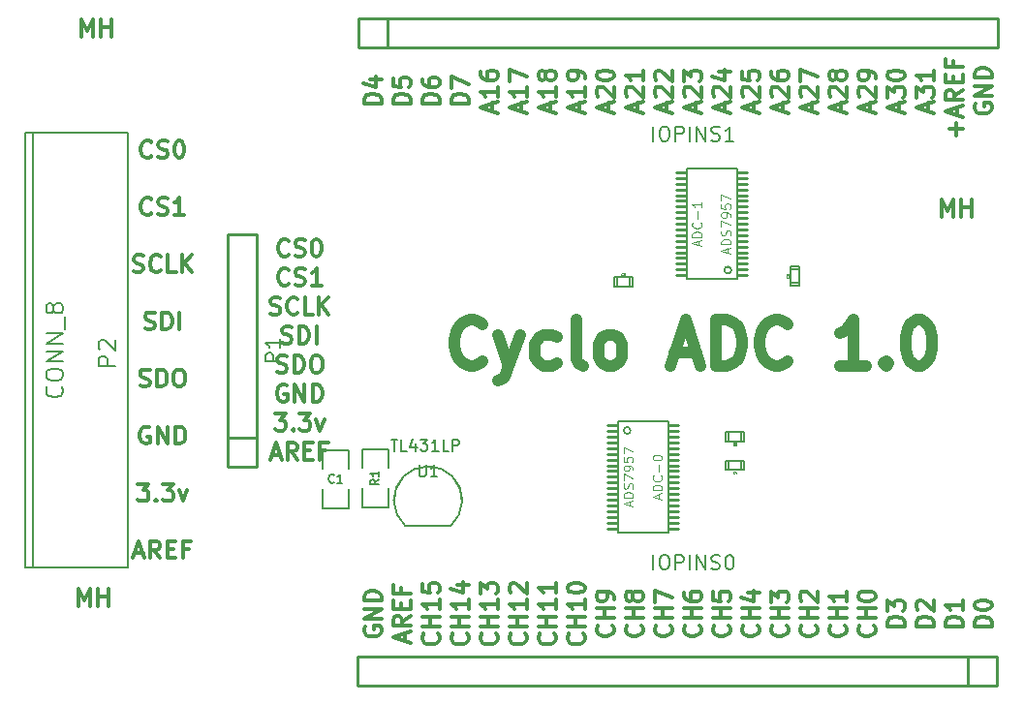
<source format=gto>
%FSLAX34Y34*%
G04 Gerber Fmt 3.4, Leading zero omitted, Abs format*
G04 (created by PCBNEW (2014-jan-25)-product) date Wed 30 Apr 2014 08:12:59 PM MDT*
%MOIN*%
G01*
G70*
G90*
G04 APERTURE LIST*
%ADD10C,0.003937*%
%ADD11C,0.011811*%
%ADD12C,0.039370*%
%ADD13C,0.005000*%
%ADD14C,0.005906*%
%ADD15C,0.010000*%
%ADD16C,0.009843*%
%ADD17C,0.008000*%
%ADD18C,0.012000*%
%ADD19C,0.003000*%
%ADD20C,0.001600*%
G04 APERTURE END LIST*
G54D10*
G54D11*
X40829Y-49479D02*
X41195Y-49479D01*
X40998Y-49704D01*
X41082Y-49704D01*
X41138Y-49732D01*
X41167Y-49760D01*
X41195Y-49817D01*
X41195Y-49957D01*
X41167Y-50014D01*
X41138Y-50042D01*
X41082Y-50070D01*
X40913Y-50070D01*
X40857Y-50042D01*
X40829Y-50014D01*
X41448Y-50014D02*
X41476Y-50042D01*
X41448Y-50070D01*
X41420Y-50042D01*
X41448Y-50014D01*
X41448Y-50070D01*
X41673Y-49479D02*
X42038Y-49479D01*
X41841Y-49704D01*
X41926Y-49704D01*
X41982Y-49732D01*
X42010Y-49760D01*
X42038Y-49817D01*
X42038Y-49957D01*
X42010Y-50014D01*
X41982Y-50042D01*
X41926Y-50070D01*
X41757Y-50070D01*
X41701Y-50042D01*
X41673Y-50014D01*
X42235Y-49676D02*
X42376Y-50070D01*
X42516Y-49676D01*
X41223Y-47539D02*
X41167Y-47511D01*
X41082Y-47511D01*
X40998Y-47539D01*
X40942Y-47595D01*
X40913Y-47651D01*
X40885Y-47764D01*
X40885Y-47848D01*
X40913Y-47961D01*
X40942Y-48017D01*
X40998Y-48073D01*
X41082Y-48101D01*
X41138Y-48101D01*
X41223Y-48073D01*
X41251Y-48045D01*
X41251Y-47848D01*
X41138Y-47848D01*
X41504Y-48101D02*
X41504Y-47511D01*
X41841Y-48101D01*
X41841Y-47511D01*
X42123Y-48101D02*
X42123Y-47511D01*
X42263Y-47511D01*
X42348Y-47539D01*
X42404Y-47595D01*
X42432Y-47651D01*
X42460Y-47764D01*
X42460Y-47848D01*
X42432Y-47961D01*
X42404Y-48017D01*
X42348Y-48073D01*
X42263Y-48101D01*
X42123Y-48101D01*
X40899Y-46105D02*
X40984Y-46133D01*
X41124Y-46133D01*
X41181Y-46105D01*
X41209Y-46077D01*
X41237Y-46020D01*
X41237Y-45964D01*
X41209Y-45908D01*
X41181Y-45880D01*
X41124Y-45852D01*
X41012Y-45823D01*
X40956Y-45795D01*
X40928Y-45767D01*
X40899Y-45711D01*
X40899Y-45655D01*
X40928Y-45598D01*
X40956Y-45570D01*
X41012Y-45542D01*
X41152Y-45542D01*
X41237Y-45570D01*
X41490Y-46133D02*
X41490Y-45542D01*
X41631Y-45542D01*
X41715Y-45570D01*
X41771Y-45627D01*
X41799Y-45683D01*
X41827Y-45795D01*
X41827Y-45880D01*
X41799Y-45992D01*
X41771Y-46048D01*
X41715Y-46105D01*
X41631Y-46133D01*
X41490Y-46133D01*
X42193Y-45542D02*
X42305Y-45542D01*
X42362Y-45570D01*
X42418Y-45627D01*
X42446Y-45739D01*
X42446Y-45936D01*
X42418Y-46048D01*
X42362Y-46105D01*
X42305Y-46133D01*
X42193Y-46133D01*
X42137Y-46105D01*
X42080Y-46048D01*
X42052Y-45936D01*
X42052Y-45739D01*
X42080Y-45627D01*
X42137Y-45570D01*
X42193Y-45542D01*
X41068Y-44136D02*
X41152Y-44164D01*
X41293Y-44164D01*
X41349Y-44136D01*
X41377Y-44108D01*
X41406Y-44052D01*
X41406Y-43996D01*
X41377Y-43939D01*
X41349Y-43911D01*
X41293Y-43883D01*
X41181Y-43855D01*
X41124Y-43827D01*
X41096Y-43799D01*
X41068Y-43742D01*
X41068Y-43686D01*
X41096Y-43630D01*
X41124Y-43602D01*
X41181Y-43574D01*
X41321Y-43574D01*
X41406Y-43602D01*
X41659Y-44164D02*
X41659Y-43574D01*
X41799Y-43574D01*
X41884Y-43602D01*
X41940Y-43658D01*
X41968Y-43714D01*
X41996Y-43827D01*
X41996Y-43911D01*
X41968Y-44024D01*
X41940Y-44080D01*
X41884Y-44136D01*
X41799Y-44164D01*
X41659Y-44164D01*
X42249Y-44164D02*
X42249Y-43574D01*
X40674Y-42168D02*
X40759Y-42196D01*
X40899Y-42196D01*
X40956Y-42168D01*
X40984Y-42140D01*
X41012Y-42083D01*
X41012Y-42027D01*
X40984Y-41971D01*
X40956Y-41943D01*
X40899Y-41915D01*
X40787Y-41886D01*
X40731Y-41858D01*
X40703Y-41830D01*
X40674Y-41774D01*
X40674Y-41718D01*
X40703Y-41661D01*
X40731Y-41633D01*
X40787Y-41605D01*
X40928Y-41605D01*
X41012Y-41633D01*
X41602Y-42140D02*
X41574Y-42168D01*
X41490Y-42196D01*
X41434Y-42196D01*
X41349Y-42168D01*
X41293Y-42111D01*
X41265Y-42055D01*
X41237Y-41943D01*
X41237Y-41858D01*
X41265Y-41746D01*
X41293Y-41690D01*
X41349Y-41633D01*
X41434Y-41605D01*
X41490Y-41605D01*
X41574Y-41633D01*
X41602Y-41661D01*
X42137Y-42196D02*
X41856Y-42196D01*
X41856Y-41605D01*
X42334Y-42196D02*
X42334Y-41605D01*
X42671Y-42196D02*
X42418Y-41858D01*
X42671Y-41605D02*
X42334Y-41943D01*
X41293Y-40171D02*
X41265Y-40199D01*
X41181Y-40227D01*
X41124Y-40227D01*
X41040Y-40199D01*
X40984Y-40143D01*
X40956Y-40087D01*
X40928Y-39974D01*
X40928Y-39890D01*
X40956Y-39777D01*
X40984Y-39721D01*
X41040Y-39665D01*
X41124Y-39637D01*
X41181Y-39637D01*
X41265Y-39665D01*
X41293Y-39693D01*
X41518Y-40199D02*
X41602Y-40227D01*
X41743Y-40227D01*
X41799Y-40199D01*
X41827Y-40171D01*
X41856Y-40115D01*
X41856Y-40059D01*
X41827Y-40002D01*
X41799Y-39974D01*
X41743Y-39946D01*
X41631Y-39918D01*
X41574Y-39890D01*
X41546Y-39862D01*
X41518Y-39805D01*
X41518Y-39749D01*
X41546Y-39693D01*
X41574Y-39665D01*
X41631Y-39637D01*
X41771Y-39637D01*
X41856Y-39665D01*
X42418Y-40227D02*
X42080Y-40227D01*
X42249Y-40227D02*
X42249Y-39637D01*
X42193Y-39721D01*
X42137Y-39777D01*
X42080Y-39805D01*
X41293Y-38203D02*
X41265Y-38231D01*
X41181Y-38259D01*
X41124Y-38259D01*
X41040Y-38231D01*
X40984Y-38174D01*
X40956Y-38118D01*
X40928Y-38006D01*
X40928Y-37921D01*
X40956Y-37809D01*
X40984Y-37753D01*
X41040Y-37696D01*
X41124Y-37668D01*
X41181Y-37668D01*
X41265Y-37696D01*
X41293Y-37724D01*
X41518Y-38231D02*
X41602Y-38259D01*
X41743Y-38259D01*
X41799Y-38231D01*
X41827Y-38203D01*
X41856Y-38146D01*
X41856Y-38090D01*
X41827Y-38034D01*
X41799Y-38006D01*
X41743Y-37978D01*
X41631Y-37949D01*
X41574Y-37921D01*
X41546Y-37893D01*
X41518Y-37837D01*
X41518Y-37781D01*
X41546Y-37724D01*
X41574Y-37696D01*
X41631Y-37668D01*
X41771Y-37668D01*
X41856Y-37696D01*
X42221Y-37668D02*
X42277Y-37668D01*
X42334Y-37696D01*
X42362Y-37724D01*
X42390Y-37781D01*
X42418Y-37893D01*
X42418Y-38034D01*
X42390Y-38146D01*
X42362Y-38203D01*
X42334Y-38231D01*
X42277Y-38259D01*
X42221Y-38259D01*
X42165Y-38231D01*
X42137Y-38203D01*
X42109Y-38146D01*
X42080Y-38034D01*
X42080Y-37893D01*
X42109Y-37781D01*
X42137Y-37724D01*
X42165Y-37696D01*
X42221Y-37668D01*
X40717Y-51870D02*
X40998Y-51870D01*
X40660Y-52038D02*
X40857Y-51448D01*
X41054Y-52038D01*
X41588Y-52038D02*
X41392Y-51757D01*
X41251Y-52038D02*
X41251Y-51448D01*
X41476Y-51448D01*
X41532Y-51476D01*
X41560Y-51504D01*
X41588Y-51560D01*
X41588Y-51645D01*
X41560Y-51701D01*
X41532Y-51729D01*
X41476Y-51757D01*
X41251Y-51757D01*
X41841Y-51729D02*
X42038Y-51729D01*
X42123Y-52038D02*
X41841Y-52038D01*
X41841Y-51448D01*
X42123Y-51448D01*
X42573Y-51729D02*
X42376Y-51729D01*
X42376Y-52038D02*
X42376Y-51448D01*
X42657Y-51448D01*
X45433Y-48480D02*
X45714Y-48480D01*
X45377Y-48649D02*
X45574Y-48058D01*
X45771Y-48649D01*
X46305Y-48649D02*
X46108Y-48367D01*
X45967Y-48649D02*
X45967Y-48058D01*
X46192Y-48058D01*
X46249Y-48086D01*
X46277Y-48114D01*
X46305Y-48170D01*
X46305Y-48255D01*
X46277Y-48311D01*
X46249Y-48339D01*
X46192Y-48367D01*
X45967Y-48367D01*
X46558Y-48339D02*
X46755Y-48339D01*
X46839Y-48649D02*
X46558Y-48649D01*
X46558Y-48058D01*
X46839Y-48058D01*
X47289Y-48339D02*
X47092Y-48339D01*
X47092Y-48649D02*
X47092Y-48058D01*
X47374Y-48058D01*
X48633Y-54401D02*
X48605Y-54457D01*
X48605Y-54541D01*
X48633Y-54626D01*
X48690Y-54682D01*
X48746Y-54710D01*
X48858Y-54738D01*
X48943Y-54738D01*
X49055Y-54710D01*
X49111Y-54682D01*
X49168Y-54626D01*
X49196Y-54541D01*
X49196Y-54485D01*
X49168Y-54401D01*
X49140Y-54373D01*
X48943Y-54373D01*
X48943Y-54485D01*
X49196Y-54119D02*
X48605Y-54119D01*
X49196Y-53782D01*
X48605Y-53782D01*
X49196Y-53501D02*
X48605Y-53501D01*
X48605Y-53360D01*
X48633Y-53276D01*
X48690Y-53220D01*
X48746Y-53191D01*
X48858Y-53163D01*
X48943Y-53163D01*
X49055Y-53191D01*
X49111Y-53220D01*
X49168Y-53276D01*
X49196Y-53360D01*
X49196Y-53501D01*
X46010Y-41592D02*
X45982Y-41620D01*
X45897Y-41649D01*
X45841Y-41649D01*
X45757Y-41620D01*
X45700Y-41564D01*
X45672Y-41508D01*
X45644Y-41395D01*
X45644Y-41311D01*
X45672Y-41199D01*
X45700Y-41142D01*
X45757Y-41086D01*
X45841Y-41058D01*
X45897Y-41058D01*
X45982Y-41086D01*
X46010Y-41114D01*
X46235Y-41620D02*
X46319Y-41649D01*
X46460Y-41649D01*
X46516Y-41620D01*
X46544Y-41592D01*
X46572Y-41536D01*
X46572Y-41480D01*
X46544Y-41424D01*
X46516Y-41395D01*
X46460Y-41367D01*
X46347Y-41339D01*
X46291Y-41311D01*
X46263Y-41283D01*
X46235Y-41227D01*
X46235Y-41170D01*
X46263Y-41114D01*
X46291Y-41086D01*
X46347Y-41058D01*
X46488Y-41058D01*
X46572Y-41086D01*
X46938Y-41058D02*
X46994Y-41058D01*
X47050Y-41086D01*
X47078Y-41114D01*
X47106Y-41170D01*
X47134Y-41283D01*
X47134Y-41424D01*
X47106Y-41536D01*
X47078Y-41592D01*
X47050Y-41620D01*
X46994Y-41649D01*
X46938Y-41649D01*
X46881Y-41620D01*
X46853Y-41592D01*
X46825Y-41536D01*
X46797Y-41424D01*
X46797Y-41283D01*
X46825Y-41170D01*
X46853Y-41114D01*
X46881Y-41086D01*
X46938Y-41058D01*
X46010Y-42592D02*
X45982Y-42620D01*
X45897Y-42649D01*
X45841Y-42649D01*
X45757Y-42620D01*
X45700Y-42564D01*
X45672Y-42508D01*
X45644Y-42395D01*
X45644Y-42311D01*
X45672Y-42199D01*
X45700Y-42142D01*
X45757Y-42086D01*
X45841Y-42058D01*
X45897Y-42058D01*
X45982Y-42086D01*
X46010Y-42114D01*
X46235Y-42620D02*
X46319Y-42649D01*
X46460Y-42649D01*
X46516Y-42620D01*
X46544Y-42592D01*
X46572Y-42536D01*
X46572Y-42480D01*
X46544Y-42424D01*
X46516Y-42395D01*
X46460Y-42367D01*
X46347Y-42339D01*
X46291Y-42311D01*
X46263Y-42283D01*
X46235Y-42227D01*
X46235Y-42170D01*
X46263Y-42114D01*
X46291Y-42086D01*
X46347Y-42058D01*
X46488Y-42058D01*
X46572Y-42086D01*
X47134Y-42649D02*
X46797Y-42649D01*
X46966Y-42649D02*
X46966Y-42058D01*
X46910Y-42142D01*
X46853Y-42199D01*
X46797Y-42227D01*
X45391Y-43620D02*
X45475Y-43649D01*
X45616Y-43649D01*
X45672Y-43620D01*
X45700Y-43592D01*
X45728Y-43536D01*
X45728Y-43480D01*
X45700Y-43424D01*
X45672Y-43395D01*
X45616Y-43367D01*
X45503Y-43339D01*
X45447Y-43311D01*
X45419Y-43283D01*
X45391Y-43227D01*
X45391Y-43170D01*
X45419Y-43114D01*
X45447Y-43086D01*
X45503Y-43058D01*
X45644Y-43058D01*
X45728Y-43086D01*
X46319Y-43592D02*
X46291Y-43620D01*
X46206Y-43649D01*
X46150Y-43649D01*
X46066Y-43620D01*
X46010Y-43564D01*
X45982Y-43508D01*
X45953Y-43395D01*
X45953Y-43311D01*
X45982Y-43199D01*
X46010Y-43142D01*
X46066Y-43086D01*
X46150Y-43058D01*
X46206Y-43058D01*
X46291Y-43086D01*
X46319Y-43114D01*
X46853Y-43649D02*
X46572Y-43649D01*
X46572Y-43058D01*
X47050Y-43649D02*
X47050Y-43058D01*
X47388Y-43649D02*
X47134Y-43311D01*
X47388Y-43058D02*
X47050Y-43395D01*
X45785Y-44620D02*
X45869Y-44649D01*
X46010Y-44649D01*
X46066Y-44620D01*
X46094Y-44592D01*
X46122Y-44536D01*
X46122Y-44480D01*
X46094Y-44424D01*
X46066Y-44395D01*
X46010Y-44367D01*
X45897Y-44339D01*
X45841Y-44311D01*
X45813Y-44283D01*
X45785Y-44227D01*
X45785Y-44170D01*
X45813Y-44114D01*
X45841Y-44086D01*
X45897Y-44058D01*
X46038Y-44058D01*
X46122Y-44086D01*
X46375Y-44649D02*
X46375Y-44058D01*
X46516Y-44058D01*
X46600Y-44086D01*
X46656Y-44142D01*
X46685Y-44199D01*
X46713Y-44311D01*
X46713Y-44395D01*
X46685Y-44508D01*
X46656Y-44564D01*
X46600Y-44620D01*
X46516Y-44649D01*
X46375Y-44649D01*
X46966Y-44649D02*
X46966Y-44058D01*
X45616Y-45620D02*
X45700Y-45649D01*
X45841Y-45649D01*
X45897Y-45620D01*
X45925Y-45592D01*
X45953Y-45536D01*
X45953Y-45480D01*
X45925Y-45424D01*
X45897Y-45395D01*
X45841Y-45367D01*
X45728Y-45339D01*
X45672Y-45311D01*
X45644Y-45283D01*
X45616Y-45227D01*
X45616Y-45170D01*
X45644Y-45114D01*
X45672Y-45086D01*
X45728Y-45058D01*
X45869Y-45058D01*
X45953Y-45086D01*
X46206Y-45649D02*
X46206Y-45058D01*
X46347Y-45058D01*
X46431Y-45086D01*
X46488Y-45142D01*
X46516Y-45199D01*
X46544Y-45311D01*
X46544Y-45395D01*
X46516Y-45508D01*
X46488Y-45564D01*
X46431Y-45620D01*
X46347Y-45649D01*
X46206Y-45649D01*
X46910Y-45058D02*
X47022Y-45058D01*
X47078Y-45086D01*
X47134Y-45142D01*
X47163Y-45255D01*
X47163Y-45452D01*
X47134Y-45564D01*
X47078Y-45620D01*
X47022Y-45649D01*
X46910Y-45649D01*
X46853Y-45620D01*
X46797Y-45564D01*
X46769Y-45452D01*
X46769Y-45255D01*
X46797Y-45142D01*
X46853Y-45086D01*
X46910Y-45058D01*
X45939Y-46086D02*
X45883Y-46058D01*
X45799Y-46058D01*
X45714Y-46086D01*
X45658Y-46142D01*
X45630Y-46199D01*
X45602Y-46311D01*
X45602Y-46395D01*
X45630Y-46508D01*
X45658Y-46564D01*
X45714Y-46620D01*
X45799Y-46649D01*
X45855Y-46649D01*
X45939Y-46620D01*
X45967Y-46592D01*
X45967Y-46395D01*
X45855Y-46395D01*
X46221Y-46649D02*
X46221Y-46058D01*
X46558Y-46649D01*
X46558Y-46058D01*
X46839Y-46649D02*
X46839Y-46058D01*
X46980Y-46058D01*
X47064Y-46086D01*
X47120Y-46142D01*
X47149Y-46199D01*
X47177Y-46311D01*
X47177Y-46395D01*
X47149Y-46508D01*
X47120Y-46564D01*
X47064Y-46620D01*
X46980Y-46649D01*
X46839Y-46649D01*
X45546Y-47058D02*
X45911Y-47058D01*
X45714Y-47283D01*
X45799Y-47283D01*
X45855Y-47311D01*
X45883Y-47339D01*
X45911Y-47395D01*
X45911Y-47536D01*
X45883Y-47592D01*
X45855Y-47620D01*
X45799Y-47649D01*
X45630Y-47649D01*
X45574Y-47620D01*
X45546Y-47592D01*
X46164Y-47592D02*
X46192Y-47620D01*
X46164Y-47649D01*
X46136Y-47620D01*
X46164Y-47592D01*
X46164Y-47649D01*
X46389Y-47058D02*
X46755Y-47058D01*
X46558Y-47283D01*
X46642Y-47283D01*
X46699Y-47311D01*
X46727Y-47339D01*
X46755Y-47395D01*
X46755Y-47536D01*
X46727Y-47592D01*
X46699Y-47620D01*
X46642Y-47649D01*
X46474Y-47649D01*
X46417Y-47620D01*
X46389Y-47592D01*
X46952Y-47255D02*
X47092Y-47649D01*
X47233Y-47255D01*
X70196Y-54387D02*
X69605Y-54387D01*
X69605Y-54246D01*
X69633Y-54162D01*
X69690Y-54105D01*
X69746Y-54077D01*
X69858Y-54049D01*
X69943Y-54049D01*
X70055Y-54077D01*
X70111Y-54105D01*
X70168Y-54162D01*
X70196Y-54246D01*
X70196Y-54387D01*
X69605Y-53684D02*
X69605Y-53627D01*
X69633Y-53571D01*
X69661Y-53543D01*
X69718Y-53515D01*
X69830Y-53487D01*
X69971Y-53487D01*
X70083Y-53515D01*
X70140Y-53543D01*
X70168Y-53571D01*
X70196Y-53627D01*
X70196Y-53684D01*
X70168Y-53740D01*
X70140Y-53768D01*
X70083Y-53796D01*
X69971Y-53824D01*
X69830Y-53824D01*
X69718Y-53796D01*
X69661Y-53768D01*
X69633Y-53740D01*
X69605Y-53684D01*
X69196Y-54387D02*
X68605Y-54387D01*
X68605Y-54246D01*
X68633Y-54162D01*
X68690Y-54105D01*
X68746Y-54077D01*
X68858Y-54049D01*
X68943Y-54049D01*
X69055Y-54077D01*
X69111Y-54105D01*
X69168Y-54162D01*
X69196Y-54246D01*
X69196Y-54387D01*
X69196Y-53487D02*
X69196Y-53824D01*
X69196Y-53655D02*
X68605Y-53655D01*
X68690Y-53712D01*
X68746Y-53768D01*
X68774Y-53824D01*
X68196Y-54387D02*
X67605Y-54387D01*
X67605Y-54246D01*
X67633Y-54162D01*
X67690Y-54105D01*
X67746Y-54077D01*
X67858Y-54049D01*
X67943Y-54049D01*
X68055Y-54077D01*
X68111Y-54105D01*
X68168Y-54162D01*
X68196Y-54246D01*
X68196Y-54387D01*
X67661Y-53824D02*
X67633Y-53796D01*
X67605Y-53740D01*
X67605Y-53599D01*
X67633Y-53543D01*
X67661Y-53515D01*
X67718Y-53487D01*
X67774Y-53487D01*
X67858Y-53515D01*
X68196Y-53852D01*
X68196Y-53487D01*
X67196Y-54387D02*
X66605Y-54387D01*
X66605Y-54246D01*
X66633Y-54162D01*
X66690Y-54105D01*
X66746Y-54077D01*
X66858Y-54049D01*
X66943Y-54049D01*
X67055Y-54077D01*
X67111Y-54105D01*
X67168Y-54162D01*
X67196Y-54246D01*
X67196Y-54387D01*
X66605Y-53852D02*
X66605Y-53487D01*
X66830Y-53684D01*
X66830Y-53599D01*
X66858Y-53543D01*
X66886Y-53515D01*
X66943Y-53487D01*
X67083Y-53487D01*
X67140Y-53515D01*
X67168Y-53543D01*
X67196Y-53599D01*
X67196Y-53768D01*
X67168Y-53824D01*
X67140Y-53852D01*
X66140Y-54358D02*
X66168Y-54387D01*
X66196Y-54471D01*
X66196Y-54527D01*
X66168Y-54612D01*
X66111Y-54668D01*
X66055Y-54696D01*
X65943Y-54724D01*
X65858Y-54724D01*
X65746Y-54696D01*
X65690Y-54668D01*
X65633Y-54612D01*
X65605Y-54527D01*
X65605Y-54471D01*
X65633Y-54387D01*
X65661Y-54358D01*
X66196Y-54105D02*
X65605Y-54105D01*
X65886Y-54105D02*
X65886Y-53768D01*
X66196Y-53768D02*
X65605Y-53768D01*
X65605Y-53374D02*
X65605Y-53318D01*
X65633Y-53262D01*
X65661Y-53234D01*
X65718Y-53205D01*
X65830Y-53177D01*
X65971Y-53177D01*
X66083Y-53205D01*
X66140Y-53234D01*
X66168Y-53262D01*
X66196Y-53318D01*
X66196Y-53374D01*
X66168Y-53430D01*
X66140Y-53459D01*
X66083Y-53487D01*
X65971Y-53515D01*
X65830Y-53515D01*
X65718Y-53487D01*
X65661Y-53459D01*
X65633Y-53430D01*
X65605Y-53374D01*
X65140Y-54358D02*
X65168Y-54387D01*
X65196Y-54471D01*
X65196Y-54527D01*
X65168Y-54612D01*
X65111Y-54668D01*
X65055Y-54696D01*
X64943Y-54724D01*
X64858Y-54724D01*
X64746Y-54696D01*
X64690Y-54668D01*
X64633Y-54612D01*
X64605Y-54527D01*
X64605Y-54471D01*
X64633Y-54387D01*
X64661Y-54358D01*
X65196Y-54105D02*
X64605Y-54105D01*
X64886Y-54105D02*
X64886Y-53768D01*
X65196Y-53768D02*
X64605Y-53768D01*
X65196Y-53177D02*
X65196Y-53515D01*
X65196Y-53346D02*
X64605Y-53346D01*
X64690Y-53402D01*
X64746Y-53459D01*
X64774Y-53515D01*
X61140Y-54358D02*
X61168Y-54387D01*
X61196Y-54471D01*
X61196Y-54527D01*
X61168Y-54612D01*
X61111Y-54668D01*
X61055Y-54696D01*
X60943Y-54724D01*
X60858Y-54724D01*
X60746Y-54696D01*
X60690Y-54668D01*
X60633Y-54612D01*
X60605Y-54527D01*
X60605Y-54471D01*
X60633Y-54387D01*
X60661Y-54358D01*
X61196Y-54105D02*
X60605Y-54105D01*
X60886Y-54105D02*
X60886Y-53768D01*
X61196Y-53768D02*
X60605Y-53768D01*
X60605Y-53205D02*
X60605Y-53487D01*
X60886Y-53515D01*
X60858Y-53487D01*
X60830Y-53430D01*
X60830Y-53290D01*
X60858Y-53234D01*
X60886Y-53205D01*
X60943Y-53177D01*
X61083Y-53177D01*
X61140Y-53205D01*
X61168Y-53234D01*
X61196Y-53290D01*
X61196Y-53430D01*
X61168Y-53487D01*
X61140Y-53515D01*
X62140Y-54358D02*
X62168Y-54387D01*
X62196Y-54471D01*
X62196Y-54527D01*
X62168Y-54612D01*
X62111Y-54668D01*
X62055Y-54696D01*
X61943Y-54724D01*
X61858Y-54724D01*
X61746Y-54696D01*
X61690Y-54668D01*
X61633Y-54612D01*
X61605Y-54527D01*
X61605Y-54471D01*
X61633Y-54387D01*
X61661Y-54358D01*
X62196Y-54105D02*
X61605Y-54105D01*
X61886Y-54105D02*
X61886Y-53768D01*
X62196Y-53768D02*
X61605Y-53768D01*
X61802Y-53234D02*
X62196Y-53234D01*
X61577Y-53374D02*
X61999Y-53515D01*
X61999Y-53149D01*
X63140Y-54358D02*
X63168Y-54387D01*
X63196Y-54471D01*
X63196Y-54527D01*
X63168Y-54612D01*
X63111Y-54668D01*
X63055Y-54696D01*
X62943Y-54724D01*
X62858Y-54724D01*
X62746Y-54696D01*
X62690Y-54668D01*
X62633Y-54612D01*
X62605Y-54527D01*
X62605Y-54471D01*
X62633Y-54387D01*
X62661Y-54358D01*
X63196Y-54105D02*
X62605Y-54105D01*
X62886Y-54105D02*
X62886Y-53768D01*
X63196Y-53768D02*
X62605Y-53768D01*
X62605Y-53543D02*
X62605Y-53177D01*
X62830Y-53374D01*
X62830Y-53290D01*
X62858Y-53234D01*
X62886Y-53205D01*
X62943Y-53177D01*
X63083Y-53177D01*
X63140Y-53205D01*
X63168Y-53234D01*
X63196Y-53290D01*
X63196Y-53459D01*
X63168Y-53515D01*
X63140Y-53543D01*
X64140Y-54358D02*
X64168Y-54387D01*
X64196Y-54471D01*
X64196Y-54527D01*
X64168Y-54612D01*
X64111Y-54668D01*
X64055Y-54696D01*
X63943Y-54724D01*
X63858Y-54724D01*
X63746Y-54696D01*
X63690Y-54668D01*
X63633Y-54612D01*
X63605Y-54527D01*
X63605Y-54471D01*
X63633Y-54387D01*
X63661Y-54358D01*
X64196Y-54105D02*
X63605Y-54105D01*
X63886Y-54105D02*
X63886Y-53768D01*
X64196Y-53768D02*
X63605Y-53768D01*
X63661Y-53515D02*
X63633Y-53487D01*
X63605Y-53430D01*
X63605Y-53290D01*
X63633Y-53234D01*
X63661Y-53205D01*
X63718Y-53177D01*
X63774Y-53177D01*
X63858Y-53205D01*
X64196Y-53543D01*
X64196Y-53177D01*
X60140Y-54358D02*
X60168Y-54387D01*
X60196Y-54471D01*
X60196Y-54527D01*
X60168Y-54612D01*
X60111Y-54668D01*
X60055Y-54696D01*
X59943Y-54724D01*
X59858Y-54724D01*
X59746Y-54696D01*
X59690Y-54668D01*
X59633Y-54612D01*
X59605Y-54527D01*
X59605Y-54471D01*
X59633Y-54387D01*
X59661Y-54358D01*
X60196Y-54105D02*
X59605Y-54105D01*
X59886Y-54105D02*
X59886Y-53768D01*
X60196Y-53768D02*
X59605Y-53768D01*
X59605Y-53234D02*
X59605Y-53346D01*
X59633Y-53402D01*
X59661Y-53430D01*
X59746Y-53487D01*
X59858Y-53515D01*
X60083Y-53515D01*
X60140Y-53487D01*
X60168Y-53459D01*
X60196Y-53402D01*
X60196Y-53290D01*
X60168Y-53234D01*
X60140Y-53205D01*
X60083Y-53177D01*
X59943Y-53177D01*
X59886Y-53205D01*
X59858Y-53234D01*
X59830Y-53290D01*
X59830Y-53402D01*
X59858Y-53459D01*
X59886Y-53487D01*
X59943Y-53515D01*
X59140Y-54358D02*
X59168Y-54387D01*
X59196Y-54471D01*
X59196Y-54527D01*
X59168Y-54612D01*
X59111Y-54668D01*
X59055Y-54696D01*
X58943Y-54724D01*
X58858Y-54724D01*
X58746Y-54696D01*
X58690Y-54668D01*
X58633Y-54612D01*
X58605Y-54527D01*
X58605Y-54471D01*
X58633Y-54387D01*
X58661Y-54358D01*
X59196Y-54105D02*
X58605Y-54105D01*
X58886Y-54105D02*
X58886Y-53768D01*
X59196Y-53768D02*
X58605Y-53768D01*
X58605Y-53543D02*
X58605Y-53149D01*
X59196Y-53402D01*
X58140Y-54358D02*
X58168Y-54387D01*
X58196Y-54471D01*
X58196Y-54527D01*
X58168Y-54612D01*
X58111Y-54668D01*
X58055Y-54696D01*
X57943Y-54724D01*
X57858Y-54724D01*
X57746Y-54696D01*
X57690Y-54668D01*
X57633Y-54612D01*
X57605Y-54527D01*
X57605Y-54471D01*
X57633Y-54387D01*
X57661Y-54358D01*
X58196Y-54105D02*
X57605Y-54105D01*
X57886Y-54105D02*
X57886Y-53768D01*
X58196Y-53768D02*
X57605Y-53768D01*
X57858Y-53402D02*
X57830Y-53459D01*
X57802Y-53487D01*
X57746Y-53515D01*
X57718Y-53515D01*
X57661Y-53487D01*
X57633Y-53459D01*
X57605Y-53402D01*
X57605Y-53290D01*
X57633Y-53234D01*
X57661Y-53205D01*
X57718Y-53177D01*
X57746Y-53177D01*
X57802Y-53205D01*
X57830Y-53234D01*
X57858Y-53290D01*
X57858Y-53402D01*
X57886Y-53459D01*
X57915Y-53487D01*
X57971Y-53515D01*
X58083Y-53515D01*
X58140Y-53487D01*
X58168Y-53459D01*
X58196Y-53402D01*
X58196Y-53290D01*
X58168Y-53234D01*
X58140Y-53205D01*
X58083Y-53177D01*
X57971Y-53177D01*
X57915Y-53205D01*
X57886Y-53234D01*
X57858Y-53290D01*
X57140Y-54358D02*
X57168Y-54387D01*
X57196Y-54471D01*
X57196Y-54527D01*
X57168Y-54612D01*
X57111Y-54668D01*
X57055Y-54696D01*
X56943Y-54724D01*
X56858Y-54724D01*
X56746Y-54696D01*
X56690Y-54668D01*
X56633Y-54612D01*
X56605Y-54527D01*
X56605Y-54471D01*
X56633Y-54387D01*
X56661Y-54358D01*
X57196Y-54105D02*
X56605Y-54105D01*
X56886Y-54105D02*
X56886Y-53768D01*
X57196Y-53768D02*
X56605Y-53768D01*
X57196Y-53459D02*
X57196Y-53346D01*
X57168Y-53290D01*
X57140Y-53262D01*
X57055Y-53205D01*
X56943Y-53177D01*
X56718Y-53177D01*
X56661Y-53205D01*
X56633Y-53234D01*
X56605Y-53290D01*
X56605Y-53402D01*
X56633Y-53459D01*
X56661Y-53487D01*
X56718Y-53515D01*
X56858Y-53515D01*
X56915Y-53487D01*
X56943Y-53459D01*
X56971Y-53402D01*
X56971Y-53290D01*
X56943Y-53234D01*
X56915Y-53205D01*
X56858Y-53177D01*
X56140Y-54640D02*
X56168Y-54668D01*
X56196Y-54752D01*
X56196Y-54808D01*
X56168Y-54893D01*
X56111Y-54949D01*
X56055Y-54977D01*
X55943Y-55005D01*
X55858Y-55005D01*
X55746Y-54977D01*
X55690Y-54949D01*
X55633Y-54893D01*
X55605Y-54808D01*
X55605Y-54752D01*
X55633Y-54668D01*
X55661Y-54640D01*
X56196Y-54387D02*
X55605Y-54387D01*
X55886Y-54387D02*
X55886Y-54049D01*
X56196Y-54049D02*
X55605Y-54049D01*
X56196Y-53459D02*
X56196Y-53796D01*
X56196Y-53627D02*
X55605Y-53627D01*
X55690Y-53684D01*
X55746Y-53740D01*
X55774Y-53796D01*
X55605Y-53093D02*
X55605Y-53037D01*
X55633Y-52980D01*
X55661Y-52952D01*
X55718Y-52924D01*
X55830Y-52896D01*
X55971Y-52896D01*
X56083Y-52924D01*
X56140Y-52952D01*
X56168Y-52980D01*
X56196Y-53037D01*
X56196Y-53093D01*
X56168Y-53149D01*
X56140Y-53177D01*
X56083Y-53205D01*
X55971Y-53234D01*
X55830Y-53234D01*
X55718Y-53205D01*
X55661Y-53177D01*
X55633Y-53149D01*
X55605Y-53093D01*
X55140Y-54640D02*
X55168Y-54668D01*
X55196Y-54752D01*
X55196Y-54808D01*
X55168Y-54893D01*
X55111Y-54949D01*
X55055Y-54977D01*
X54943Y-55005D01*
X54858Y-55005D01*
X54746Y-54977D01*
X54690Y-54949D01*
X54633Y-54893D01*
X54605Y-54808D01*
X54605Y-54752D01*
X54633Y-54668D01*
X54661Y-54640D01*
X55196Y-54387D02*
X54605Y-54387D01*
X54886Y-54387D02*
X54886Y-54049D01*
X55196Y-54049D02*
X54605Y-54049D01*
X55196Y-53459D02*
X55196Y-53796D01*
X55196Y-53627D02*
X54605Y-53627D01*
X54690Y-53684D01*
X54746Y-53740D01*
X54774Y-53796D01*
X55196Y-52896D02*
X55196Y-53234D01*
X55196Y-53065D02*
X54605Y-53065D01*
X54690Y-53121D01*
X54746Y-53177D01*
X54774Y-53234D01*
X54140Y-54640D02*
X54168Y-54668D01*
X54196Y-54752D01*
X54196Y-54808D01*
X54168Y-54893D01*
X54111Y-54949D01*
X54055Y-54977D01*
X53943Y-55005D01*
X53858Y-55005D01*
X53746Y-54977D01*
X53690Y-54949D01*
X53633Y-54893D01*
X53605Y-54808D01*
X53605Y-54752D01*
X53633Y-54668D01*
X53661Y-54640D01*
X54196Y-54387D02*
X53605Y-54387D01*
X53886Y-54387D02*
X53886Y-54049D01*
X54196Y-54049D02*
X53605Y-54049D01*
X54196Y-53459D02*
X54196Y-53796D01*
X54196Y-53627D02*
X53605Y-53627D01*
X53690Y-53684D01*
X53746Y-53740D01*
X53774Y-53796D01*
X53661Y-53234D02*
X53633Y-53205D01*
X53605Y-53149D01*
X53605Y-53009D01*
X53633Y-52952D01*
X53661Y-52924D01*
X53718Y-52896D01*
X53774Y-52896D01*
X53858Y-52924D01*
X54196Y-53262D01*
X54196Y-52896D01*
X53140Y-54640D02*
X53168Y-54668D01*
X53196Y-54752D01*
X53196Y-54808D01*
X53168Y-54893D01*
X53111Y-54949D01*
X53055Y-54977D01*
X52943Y-55005D01*
X52858Y-55005D01*
X52746Y-54977D01*
X52690Y-54949D01*
X52633Y-54893D01*
X52605Y-54808D01*
X52605Y-54752D01*
X52633Y-54668D01*
X52661Y-54640D01*
X53196Y-54387D02*
X52605Y-54387D01*
X52886Y-54387D02*
X52886Y-54049D01*
X53196Y-54049D02*
X52605Y-54049D01*
X53196Y-53459D02*
X53196Y-53796D01*
X53196Y-53627D02*
X52605Y-53627D01*
X52690Y-53684D01*
X52746Y-53740D01*
X52774Y-53796D01*
X52605Y-53262D02*
X52605Y-52896D01*
X52830Y-53093D01*
X52830Y-53009D01*
X52858Y-52952D01*
X52886Y-52924D01*
X52943Y-52896D01*
X53083Y-52896D01*
X53140Y-52924D01*
X53168Y-52952D01*
X53196Y-53009D01*
X53196Y-53177D01*
X53168Y-53234D01*
X53140Y-53262D01*
X52140Y-54640D02*
X52168Y-54668D01*
X52196Y-54752D01*
X52196Y-54808D01*
X52168Y-54893D01*
X52111Y-54949D01*
X52055Y-54977D01*
X51943Y-55005D01*
X51858Y-55005D01*
X51746Y-54977D01*
X51690Y-54949D01*
X51633Y-54893D01*
X51605Y-54808D01*
X51605Y-54752D01*
X51633Y-54668D01*
X51661Y-54640D01*
X52196Y-54387D02*
X51605Y-54387D01*
X51886Y-54387D02*
X51886Y-54049D01*
X52196Y-54049D02*
X51605Y-54049D01*
X52196Y-53459D02*
X52196Y-53796D01*
X52196Y-53627D02*
X51605Y-53627D01*
X51690Y-53684D01*
X51746Y-53740D01*
X51774Y-53796D01*
X51802Y-52952D02*
X52196Y-52952D01*
X51577Y-53093D02*
X51999Y-53234D01*
X51999Y-52868D01*
X51140Y-54640D02*
X51168Y-54668D01*
X51196Y-54752D01*
X51196Y-54808D01*
X51168Y-54893D01*
X51111Y-54949D01*
X51055Y-54977D01*
X50943Y-55005D01*
X50858Y-55005D01*
X50746Y-54977D01*
X50690Y-54949D01*
X50633Y-54893D01*
X50605Y-54808D01*
X50605Y-54752D01*
X50633Y-54668D01*
X50661Y-54640D01*
X51196Y-54387D02*
X50605Y-54387D01*
X50886Y-54387D02*
X50886Y-54049D01*
X51196Y-54049D02*
X50605Y-54049D01*
X51196Y-53459D02*
X51196Y-53796D01*
X51196Y-53627D02*
X50605Y-53627D01*
X50690Y-53684D01*
X50746Y-53740D01*
X50774Y-53796D01*
X50605Y-52924D02*
X50605Y-53205D01*
X50886Y-53234D01*
X50858Y-53205D01*
X50830Y-53149D01*
X50830Y-53009D01*
X50858Y-52952D01*
X50886Y-52924D01*
X50943Y-52896D01*
X51083Y-52896D01*
X51140Y-52924D01*
X51168Y-52952D01*
X51196Y-53009D01*
X51196Y-53149D01*
X51168Y-53205D01*
X51140Y-53234D01*
X50027Y-54907D02*
X50027Y-54626D01*
X50196Y-54963D02*
X49605Y-54766D01*
X50196Y-54569D01*
X50196Y-54035D02*
X49915Y-54232D01*
X50196Y-54373D02*
X49605Y-54373D01*
X49605Y-54148D01*
X49633Y-54091D01*
X49661Y-54063D01*
X49718Y-54035D01*
X49802Y-54035D01*
X49858Y-54063D01*
X49886Y-54091D01*
X49915Y-54148D01*
X49915Y-54373D01*
X49886Y-53782D02*
X49886Y-53585D01*
X50196Y-53501D02*
X50196Y-53782D01*
X49605Y-53782D01*
X49605Y-53501D01*
X49886Y-53051D02*
X49886Y-53248D01*
X50196Y-53248D02*
X49605Y-53248D01*
X49605Y-52966D01*
X69633Y-36401D02*
X69605Y-36457D01*
X69605Y-36541D01*
X69633Y-36626D01*
X69690Y-36682D01*
X69746Y-36710D01*
X69858Y-36738D01*
X69943Y-36738D01*
X70055Y-36710D01*
X70111Y-36682D01*
X70168Y-36626D01*
X70196Y-36541D01*
X70196Y-36485D01*
X70168Y-36401D01*
X70140Y-36373D01*
X69943Y-36373D01*
X69943Y-36485D01*
X70196Y-36119D02*
X69605Y-36119D01*
X70196Y-35782D01*
X69605Y-35782D01*
X70196Y-35501D02*
X69605Y-35501D01*
X69605Y-35360D01*
X69633Y-35276D01*
X69690Y-35220D01*
X69746Y-35191D01*
X69858Y-35163D01*
X69943Y-35163D01*
X70055Y-35191D01*
X70111Y-35220D01*
X70168Y-35276D01*
X70196Y-35360D01*
X70196Y-35501D01*
X68971Y-37494D02*
X68971Y-37044D01*
X69196Y-37269D02*
X68746Y-37269D01*
X69027Y-36791D02*
X69027Y-36510D01*
X69196Y-36847D02*
X68605Y-36651D01*
X69196Y-36454D01*
X69196Y-35919D02*
X68915Y-36116D01*
X69196Y-36257D02*
X68605Y-36257D01*
X68605Y-36032D01*
X68633Y-35976D01*
X68661Y-35948D01*
X68718Y-35919D01*
X68802Y-35919D01*
X68858Y-35948D01*
X68886Y-35976D01*
X68915Y-36032D01*
X68915Y-36257D01*
X68886Y-35666D02*
X68886Y-35470D01*
X69196Y-35385D02*
X69196Y-35666D01*
X68605Y-35666D01*
X68605Y-35385D01*
X68886Y-34935D02*
X68886Y-35132D01*
X69196Y-35132D02*
X68605Y-35132D01*
X68605Y-34851D01*
X66027Y-36654D02*
X66027Y-36373D01*
X66196Y-36710D02*
X65605Y-36513D01*
X66196Y-36316D01*
X65661Y-36148D02*
X65633Y-36119D01*
X65605Y-36063D01*
X65605Y-35923D01*
X65633Y-35866D01*
X65661Y-35838D01*
X65718Y-35810D01*
X65774Y-35810D01*
X65858Y-35838D01*
X66196Y-36176D01*
X66196Y-35810D01*
X66196Y-35529D02*
X66196Y-35416D01*
X66168Y-35360D01*
X66140Y-35332D01*
X66055Y-35276D01*
X65943Y-35248D01*
X65718Y-35248D01*
X65661Y-35276D01*
X65633Y-35304D01*
X65605Y-35360D01*
X65605Y-35473D01*
X65633Y-35529D01*
X65661Y-35557D01*
X65718Y-35585D01*
X65858Y-35585D01*
X65915Y-35557D01*
X65943Y-35529D01*
X65971Y-35473D01*
X65971Y-35360D01*
X65943Y-35304D01*
X65915Y-35276D01*
X65858Y-35248D01*
X67027Y-36654D02*
X67027Y-36373D01*
X67196Y-36710D02*
X66605Y-36513D01*
X67196Y-36316D01*
X66605Y-36176D02*
X66605Y-35810D01*
X66830Y-36007D01*
X66830Y-35923D01*
X66858Y-35866D01*
X66886Y-35838D01*
X66943Y-35810D01*
X67083Y-35810D01*
X67140Y-35838D01*
X67168Y-35866D01*
X67196Y-35923D01*
X67196Y-36091D01*
X67168Y-36148D01*
X67140Y-36176D01*
X66605Y-35444D02*
X66605Y-35388D01*
X66633Y-35332D01*
X66661Y-35304D01*
X66718Y-35276D01*
X66830Y-35248D01*
X66971Y-35248D01*
X67083Y-35276D01*
X67140Y-35304D01*
X67168Y-35332D01*
X67196Y-35388D01*
X67196Y-35444D01*
X67168Y-35501D01*
X67140Y-35529D01*
X67083Y-35557D01*
X66971Y-35585D01*
X66830Y-35585D01*
X66718Y-35557D01*
X66661Y-35529D01*
X66633Y-35501D01*
X66605Y-35444D01*
X64027Y-36654D02*
X64027Y-36373D01*
X64196Y-36710D02*
X63605Y-36513D01*
X64196Y-36316D01*
X63661Y-36148D02*
X63633Y-36119D01*
X63605Y-36063D01*
X63605Y-35923D01*
X63633Y-35866D01*
X63661Y-35838D01*
X63718Y-35810D01*
X63774Y-35810D01*
X63858Y-35838D01*
X64196Y-36176D01*
X64196Y-35810D01*
X63605Y-35613D02*
X63605Y-35220D01*
X64196Y-35473D01*
X65027Y-36654D02*
X65027Y-36373D01*
X65196Y-36710D02*
X64605Y-36513D01*
X65196Y-36316D01*
X64661Y-36148D02*
X64633Y-36119D01*
X64605Y-36063D01*
X64605Y-35923D01*
X64633Y-35866D01*
X64661Y-35838D01*
X64718Y-35810D01*
X64774Y-35810D01*
X64858Y-35838D01*
X65196Y-36176D01*
X65196Y-35810D01*
X64858Y-35473D02*
X64830Y-35529D01*
X64802Y-35557D01*
X64746Y-35585D01*
X64718Y-35585D01*
X64661Y-35557D01*
X64633Y-35529D01*
X64605Y-35473D01*
X64605Y-35360D01*
X64633Y-35304D01*
X64661Y-35276D01*
X64718Y-35248D01*
X64746Y-35248D01*
X64802Y-35276D01*
X64830Y-35304D01*
X64858Y-35360D01*
X64858Y-35473D01*
X64886Y-35529D01*
X64915Y-35557D01*
X64971Y-35585D01*
X65083Y-35585D01*
X65140Y-35557D01*
X65168Y-35529D01*
X65196Y-35473D01*
X65196Y-35360D01*
X65168Y-35304D01*
X65140Y-35276D01*
X65083Y-35248D01*
X64971Y-35248D01*
X64915Y-35276D01*
X64886Y-35304D01*
X64858Y-35360D01*
X68027Y-36654D02*
X68027Y-36373D01*
X68196Y-36710D02*
X67605Y-36513D01*
X68196Y-36316D01*
X67605Y-36176D02*
X67605Y-35810D01*
X67830Y-36007D01*
X67830Y-35923D01*
X67858Y-35866D01*
X67886Y-35838D01*
X67943Y-35810D01*
X68083Y-35810D01*
X68140Y-35838D01*
X68168Y-35866D01*
X68196Y-35923D01*
X68196Y-36091D01*
X68168Y-36148D01*
X68140Y-36176D01*
X68196Y-35248D02*
X68196Y-35585D01*
X68196Y-35416D02*
X67605Y-35416D01*
X67690Y-35473D01*
X67746Y-35529D01*
X67774Y-35585D01*
X63027Y-36654D02*
X63027Y-36373D01*
X63196Y-36710D02*
X62605Y-36513D01*
X63196Y-36316D01*
X62661Y-36148D02*
X62633Y-36119D01*
X62605Y-36063D01*
X62605Y-35923D01*
X62633Y-35866D01*
X62661Y-35838D01*
X62718Y-35810D01*
X62774Y-35810D01*
X62858Y-35838D01*
X63196Y-36176D01*
X63196Y-35810D01*
X62605Y-35304D02*
X62605Y-35416D01*
X62633Y-35473D01*
X62661Y-35501D01*
X62746Y-35557D01*
X62858Y-35585D01*
X63083Y-35585D01*
X63140Y-35557D01*
X63168Y-35529D01*
X63196Y-35473D01*
X63196Y-35360D01*
X63168Y-35304D01*
X63140Y-35276D01*
X63083Y-35248D01*
X62943Y-35248D01*
X62886Y-35276D01*
X62858Y-35304D01*
X62830Y-35360D01*
X62830Y-35473D01*
X62858Y-35529D01*
X62886Y-35557D01*
X62943Y-35585D01*
X62027Y-36654D02*
X62027Y-36373D01*
X62196Y-36710D02*
X61605Y-36513D01*
X62196Y-36316D01*
X61661Y-36148D02*
X61633Y-36119D01*
X61605Y-36063D01*
X61605Y-35923D01*
X61633Y-35866D01*
X61661Y-35838D01*
X61718Y-35810D01*
X61774Y-35810D01*
X61858Y-35838D01*
X62196Y-36176D01*
X62196Y-35810D01*
X61605Y-35276D02*
X61605Y-35557D01*
X61886Y-35585D01*
X61858Y-35557D01*
X61830Y-35501D01*
X61830Y-35360D01*
X61858Y-35304D01*
X61886Y-35276D01*
X61943Y-35248D01*
X62083Y-35248D01*
X62140Y-35276D01*
X62168Y-35304D01*
X62196Y-35360D01*
X62196Y-35501D01*
X62168Y-35557D01*
X62140Y-35585D01*
X61027Y-36654D02*
X61027Y-36373D01*
X61196Y-36710D02*
X60605Y-36513D01*
X61196Y-36316D01*
X60661Y-36148D02*
X60633Y-36119D01*
X60605Y-36063D01*
X60605Y-35923D01*
X60633Y-35866D01*
X60661Y-35838D01*
X60718Y-35810D01*
X60774Y-35810D01*
X60858Y-35838D01*
X61196Y-36176D01*
X61196Y-35810D01*
X60802Y-35304D02*
X61196Y-35304D01*
X60577Y-35444D02*
X60999Y-35585D01*
X60999Y-35220D01*
X60027Y-36654D02*
X60027Y-36373D01*
X60196Y-36710D02*
X59605Y-36513D01*
X60196Y-36316D01*
X59661Y-36148D02*
X59633Y-36119D01*
X59605Y-36063D01*
X59605Y-35923D01*
X59633Y-35866D01*
X59661Y-35838D01*
X59718Y-35810D01*
X59774Y-35810D01*
X59858Y-35838D01*
X60196Y-36176D01*
X60196Y-35810D01*
X59605Y-35613D02*
X59605Y-35248D01*
X59830Y-35444D01*
X59830Y-35360D01*
X59858Y-35304D01*
X59886Y-35276D01*
X59943Y-35248D01*
X60083Y-35248D01*
X60140Y-35276D01*
X60168Y-35304D01*
X60196Y-35360D01*
X60196Y-35529D01*
X60168Y-35585D01*
X60140Y-35613D01*
X59027Y-36654D02*
X59027Y-36373D01*
X59196Y-36710D02*
X58605Y-36513D01*
X59196Y-36316D01*
X58661Y-36148D02*
X58633Y-36119D01*
X58605Y-36063D01*
X58605Y-35923D01*
X58633Y-35866D01*
X58661Y-35838D01*
X58718Y-35810D01*
X58774Y-35810D01*
X58858Y-35838D01*
X59196Y-36176D01*
X59196Y-35810D01*
X58661Y-35585D02*
X58633Y-35557D01*
X58605Y-35501D01*
X58605Y-35360D01*
X58633Y-35304D01*
X58661Y-35276D01*
X58718Y-35248D01*
X58774Y-35248D01*
X58858Y-35276D01*
X59196Y-35613D01*
X59196Y-35248D01*
X58027Y-36654D02*
X58027Y-36373D01*
X58196Y-36710D02*
X57605Y-36513D01*
X58196Y-36316D01*
X57661Y-36148D02*
X57633Y-36119D01*
X57605Y-36063D01*
X57605Y-35923D01*
X57633Y-35866D01*
X57661Y-35838D01*
X57718Y-35810D01*
X57774Y-35810D01*
X57858Y-35838D01*
X58196Y-36176D01*
X58196Y-35810D01*
X58196Y-35248D02*
X58196Y-35585D01*
X58196Y-35416D02*
X57605Y-35416D01*
X57690Y-35473D01*
X57746Y-35529D01*
X57774Y-35585D01*
X57027Y-36654D02*
X57027Y-36373D01*
X57196Y-36710D02*
X56605Y-36513D01*
X57196Y-36316D01*
X56661Y-36148D02*
X56633Y-36119D01*
X56605Y-36063D01*
X56605Y-35923D01*
X56633Y-35866D01*
X56661Y-35838D01*
X56718Y-35810D01*
X56774Y-35810D01*
X56858Y-35838D01*
X57196Y-36176D01*
X57196Y-35810D01*
X56605Y-35444D02*
X56605Y-35388D01*
X56633Y-35332D01*
X56661Y-35304D01*
X56718Y-35276D01*
X56830Y-35248D01*
X56971Y-35248D01*
X57083Y-35276D01*
X57140Y-35304D01*
X57168Y-35332D01*
X57196Y-35388D01*
X57196Y-35444D01*
X57168Y-35501D01*
X57140Y-35529D01*
X57083Y-35557D01*
X56971Y-35585D01*
X56830Y-35585D01*
X56718Y-35557D01*
X56661Y-35529D01*
X56633Y-35501D01*
X56605Y-35444D01*
X56027Y-36654D02*
X56027Y-36373D01*
X56196Y-36710D02*
X55605Y-36513D01*
X56196Y-36316D01*
X56196Y-35810D02*
X56196Y-36148D01*
X56196Y-35979D02*
X55605Y-35979D01*
X55690Y-36035D01*
X55746Y-36091D01*
X55774Y-36148D01*
X56196Y-35529D02*
X56196Y-35416D01*
X56168Y-35360D01*
X56140Y-35332D01*
X56055Y-35276D01*
X55943Y-35248D01*
X55718Y-35248D01*
X55661Y-35276D01*
X55633Y-35304D01*
X55605Y-35360D01*
X55605Y-35473D01*
X55633Y-35529D01*
X55661Y-35557D01*
X55718Y-35585D01*
X55858Y-35585D01*
X55915Y-35557D01*
X55943Y-35529D01*
X55971Y-35473D01*
X55971Y-35360D01*
X55943Y-35304D01*
X55915Y-35276D01*
X55858Y-35248D01*
X55027Y-36654D02*
X55027Y-36373D01*
X55196Y-36710D02*
X54605Y-36513D01*
X55196Y-36316D01*
X55196Y-35810D02*
X55196Y-36148D01*
X55196Y-35979D02*
X54605Y-35979D01*
X54690Y-36035D01*
X54746Y-36091D01*
X54774Y-36148D01*
X54858Y-35473D02*
X54830Y-35529D01*
X54802Y-35557D01*
X54746Y-35585D01*
X54718Y-35585D01*
X54661Y-35557D01*
X54633Y-35529D01*
X54605Y-35473D01*
X54605Y-35360D01*
X54633Y-35304D01*
X54661Y-35276D01*
X54718Y-35248D01*
X54746Y-35248D01*
X54802Y-35276D01*
X54830Y-35304D01*
X54858Y-35360D01*
X54858Y-35473D01*
X54886Y-35529D01*
X54915Y-35557D01*
X54971Y-35585D01*
X55083Y-35585D01*
X55140Y-35557D01*
X55168Y-35529D01*
X55196Y-35473D01*
X55196Y-35360D01*
X55168Y-35304D01*
X55140Y-35276D01*
X55083Y-35248D01*
X54971Y-35248D01*
X54915Y-35276D01*
X54886Y-35304D01*
X54858Y-35360D01*
X54027Y-36654D02*
X54027Y-36373D01*
X54196Y-36710D02*
X53605Y-36513D01*
X54196Y-36316D01*
X54196Y-35810D02*
X54196Y-36148D01*
X54196Y-35979D02*
X53605Y-35979D01*
X53690Y-36035D01*
X53746Y-36091D01*
X53774Y-36148D01*
X53605Y-35613D02*
X53605Y-35220D01*
X54196Y-35473D01*
X53027Y-36654D02*
X53027Y-36373D01*
X53196Y-36710D02*
X52605Y-36513D01*
X53196Y-36316D01*
X53196Y-35810D02*
X53196Y-36148D01*
X53196Y-35979D02*
X52605Y-35979D01*
X52690Y-36035D01*
X52746Y-36091D01*
X52774Y-36148D01*
X52605Y-35304D02*
X52605Y-35416D01*
X52633Y-35473D01*
X52661Y-35501D01*
X52746Y-35557D01*
X52858Y-35585D01*
X53083Y-35585D01*
X53140Y-35557D01*
X53168Y-35529D01*
X53196Y-35473D01*
X53196Y-35360D01*
X53168Y-35304D01*
X53140Y-35276D01*
X53083Y-35248D01*
X52943Y-35248D01*
X52886Y-35276D01*
X52858Y-35304D01*
X52830Y-35360D01*
X52830Y-35473D01*
X52858Y-35529D01*
X52886Y-35557D01*
X52943Y-35585D01*
X52196Y-36387D02*
X51605Y-36387D01*
X51605Y-36246D01*
X51633Y-36162D01*
X51690Y-36105D01*
X51746Y-36077D01*
X51858Y-36049D01*
X51943Y-36049D01*
X52055Y-36077D01*
X52111Y-36105D01*
X52168Y-36162D01*
X52196Y-36246D01*
X52196Y-36387D01*
X51605Y-35852D02*
X51605Y-35459D01*
X52196Y-35712D01*
X51196Y-36387D02*
X50605Y-36387D01*
X50605Y-36246D01*
X50633Y-36162D01*
X50690Y-36105D01*
X50746Y-36077D01*
X50858Y-36049D01*
X50943Y-36049D01*
X51055Y-36077D01*
X51111Y-36105D01*
X51168Y-36162D01*
X51196Y-36246D01*
X51196Y-36387D01*
X50605Y-35543D02*
X50605Y-35655D01*
X50633Y-35712D01*
X50661Y-35740D01*
X50746Y-35796D01*
X50858Y-35824D01*
X51083Y-35824D01*
X51140Y-35796D01*
X51168Y-35768D01*
X51196Y-35712D01*
X51196Y-35599D01*
X51168Y-35543D01*
X51140Y-35515D01*
X51083Y-35487D01*
X50943Y-35487D01*
X50886Y-35515D01*
X50858Y-35543D01*
X50830Y-35599D01*
X50830Y-35712D01*
X50858Y-35768D01*
X50886Y-35796D01*
X50943Y-35824D01*
X50196Y-36387D02*
X49605Y-36387D01*
X49605Y-36246D01*
X49633Y-36162D01*
X49690Y-36105D01*
X49746Y-36077D01*
X49858Y-36049D01*
X49943Y-36049D01*
X50055Y-36077D01*
X50111Y-36105D01*
X50168Y-36162D01*
X50196Y-36246D01*
X50196Y-36387D01*
X49605Y-35515D02*
X49605Y-35796D01*
X49886Y-35824D01*
X49858Y-35796D01*
X49830Y-35740D01*
X49830Y-35599D01*
X49858Y-35543D01*
X49886Y-35515D01*
X49943Y-35487D01*
X50083Y-35487D01*
X50140Y-35515D01*
X50168Y-35543D01*
X50196Y-35599D01*
X50196Y-35740D01*
X50168Y-35796D01*
X50140Y-35824D01*
X49196Y-36387D02*
X48605Y-36387D01*
X48605Y-36246D01*
X48633Y-36162D01*
X48690Y-36105D01*
X48746Y-36077D01*
X48858Y-36049D01*
X48943Y-36049D01*
X49055Y-36077D01*
X49111Y-36105D01*
X49168Y-36162D01*
X49196Y-36246D01*
X49196Y-36387D01*
X48802Y-35543D02*
X49196Y-35543D01*
X48577Y-35684D02*
X48999Y-35824D01*
X48999Y-35459D01*
G54D12*
X52692Y-45263D02*
X52617Y-45338D01*
X52392Y-45413D01*
X52242Y-45413D01*
X52017Y-45338D01*
X51867Y-45188D01*
X51792Y-45038D01*
X51717Y-44738D01*
X51717Y-44513D01*
X51792Y-44213D01*
X51867Y-44063D01*
X52017Y-43913D01*
X52242Y-43838D01*
X52392Y-43838D01*
X52617Y-43913D01*
X52692Y-43988D01*
X53217Y-44363D02*
X53592Y-45413D01*
X53967Y-44363D02*
X53592Y-45413D01*
X53442Y-45788D01*
X53367Y-45863D01*
X53217Y-45938D01*
X55242Y-45338D02*
X55092Y-45413D01*
X54792Y-45413D01*
X54642Y-45338D01*
X54567Y-45263D01*
X54492Y-45113D01*
X54492Y-44663D01*
X54567Y-44513D01*
X54642Y-44438D01*
X54792Y-44363D01*
X55092Y-44363D01*
X55242Y-44438D01*
X56142Y-45413D02*
X55992Y-45338D01*
X55917Y-45188D01*
X55917Y-43838D01*
X56967Y-45413D02*
X56817Y-45338D01*
X56742Y-45263D01*
X56667Y-45113D01*
X56667Y-44663D01*
X56742Y-44513D01*
X56817Y-44438D01*
X56967Y-44363D01*
X57191Y-44363D01*
X57341Y-44438D01*
X57416Y-44513D01*
X57491Y-44663D01*
X57491Y-45113D01*
X57416Y-45263D01*
X57341Y-45338D01*
X57191Y-45413D01*
X56967Y-45413D01*
X59291Y-44963D02*
X60041Y-44963D01*
X59141Y-45413D02*
X59666Y-43838D01*
X60191Y-45413D01*
X60716Y-45413D02*
X60716Y-43838D01*
X61091Y-43838D01*
X61316Y-43913D01*
X61466Y-44063D01*
X61541Y-44213D01*
X61616Y-44513D01*
X61616Y-44738D01*
X61541Y-45038D01*
X61466Y-45188D01*
X61316Y-45338D01*
X61091Y-45413D01*
X60716Y-45413D01*
X63191Y-45263D02*
X63116Y-45338D01*
X62891Y-45413D01*
X62741Y-45413D01*
X62516Y-45338D01*
X62366Y-45188D01*
X62291Y-45038D01*
X62216Y-44738D01*
X62216Y-44513D01*
X62291Y-44213D01*
X62366Y-44063D01*
X62516Y-43913D01*
X62741Y-43838D01*
X62891Y-43838D01*
X63116Y-43913D01*
X63191Y-43988D01*
X65890Y-45413D02*
X64991Y-45413D01*
X65440Y-45413D02*
X65440Y-43838D01*
X65290Y-44063D01*
X65140Y-44213D01*
X64991Y-44288D01*
X66565Y-45263D02*
X66640Y-45338D01*
X66565Y-45413D01*
X66490Y-45338D01*
X66565Y-45263D01*
X66565Y-45413D01*
X67615Y-43838D02*
X67765Y-43838D01*
X67915Y-43913D01*
X67990Y-43988D01*
X68065Y-44138D01*
X68140Y-44438D01*
X68140Y-44813D01*
X68065Y-45113D01*
X67990Y-45263D01*
X67915Y-45338D01*
X67765Y-45413D01*
X67615Y-45413D01*
X67465Y-45338D01*
X67390Y-45263D01*
X67315Y-45113D01*
X67240Y-44813D01*
X67240Y-44438D01*
X67315Y-44138D01*
X67390Y-43988D01*
X67465Y-43913D01*
X67615Y-43838D01*
G54D13*
X48073Y-48311D02*
X47173Y-48311D01*
X47173Y-48311D02*
X47173Y-48961D01*
X48073Y-49661D02*
X48073Y-50311D01*
X48073Y-50311D02*
X47173Y-50311D01*
X47173Y-50311D02*
X47173Y-49661D01*
X48073Y-48961D02*
X48073Y-48311D01*
X48539Y-50281D02*
X49439Y-50281D01*
X49439Y-50281D02*
X49439Y-49631D01*
X48539Y-48931D02*
X48539Y-48281D01*
X48539Y-48281D02*
X49439Y-48281D01*
X49439Y-48281D02*
X49439Y-48931D01*
X48539Y-49631D02*
X48539Y-50281D01*
G54D14*
X51593Y-50919D02*
X50018Y-50919D01*
X51593Y-50919D02*
G75*
G03X51672Y-49266I-787J866D01*
G74*
G01*
X49940Y-49266D02*
G75*
G03X50018Y-50919I866J-787D01*
G74*
G01*
X50806Y-48872D02*
G75*
G03X49625Y-50053I0J-1181D01*
G74*
G01*
X51987Y-50053D02*
G75*
G03X50806Y-48872I-1181J0D01*
G74*
G01*
G54D15*
X69389Y-55430D02*
X48389Y-55430D01*
X48389Y-55430D02*
X48389Y-56430D01*
X48389Y-56430D02*
X69389Y-56430D01*
X70389Y-56430D02*
X69389Y-56430D01*
X69389Y-56430D02*
X69389Y-55430D01*
X70389Y-56430D02*
X70389Y-55430D01*
X70389Y-55430D02*
X69389Y-55430D01*
X49429Y-34451D02*
X70429Y-34451D01*
X70429Y-34451D02*
X70429Y-33451D01*
X70429Y-33451D02*
X49429Y-33451D01*
X48429Y-33451D02*
X49429Y-33451D01*
X49429Y-33451D02*
X49429Y-34451D01*
X48429Y-33451D02*
X48429Y-34451D01*
X48429Y-34451D02*
X49429Y-34451D01*
X43929Y-47881D02*
X43929Y-40881D01*
X43929Y-40881D02*
X44929Y-40881D01*
X44929Y-40881D02*
X44929Y-47881D01*
X43929Y-48881D02*
X43929Y-47881D01*
X43929Y-47881D02*
X44929Y-47881D01*
X43929Y-48881D02*
X44929Y-48881D01*
X44929Y-48881D02*
X44929Y-47881D01*
G54D13*
X57775Y-47643D02*
G75*
G03X57775Y-47643I-118J0D01*
G74*
G01*
X59074Y-47328D02*
X59074Y-51147D01*
X59074Y-51147D02*
X57342Y-51147D01*
X57342Y-51147D02*
X57342Y-47328D01*
X57342Y-47328D02*
X59074Y-47328D01*
G54D16*
X59102Y-47466D02*
X59425Y-47466D01*
X59102Y-47662D02*
X59425Y-47662D01*
X59102Y-47859D02*
X59425Y-47859D01*
X59102Y-48056D02*
X59425Y-48056D01*
X59102Y-48253D02*
X59425Y-48253D01*
X59102Y-48450D02*
X59425Y-48450D01*
X59102Y-48647D02*
X59425Y-48647D01*
X59102Y-48844D02*
X59425Y-48844D01*
X59102Y-49040D02*
X59425Y-49040D01*
X59102Y-49237D02*
X59425Y-49237D01*
X59102Y-49434D02*
X59425Y-49434D01*
X59102Y-49631D02*
X59425Y-49631D01*
X59102Y-49828D02*
X59425Y-49828D01*
X59102Y-50025D02*
X59425Y-50025D01*
X59102Y-50222D02*
X59425Y-50222D01*
X59102Y-50418D02*
X59425Y-50418D01*
X59102Y-50615D02*
X59425Y-50615D01*
X59102Y-50812D02*
X59425Y-50812D01*
X59102Y-51009D02*
X59425Y-51009D01*
X57314Y-47466D02*
X56992Y-47466D01*
X57314Y-47662D02*
X56992Y-47662D01*
X57314Y-47859D02*
X56992Y-47859D01*
X57314Y-48056D02*
X56992Y-48056D01*
X57314Y-48253D02*
X56992Y-48253D01*
X57314Y-48450D02*
X56992Y-48450D01*
X57314Y-48647D02*
X56992Y-48647D01*
X57314Y-48844D02*
X56992Y-48844D01*
X57314Y-49040D02*
X56992Y-49040D01*
X57314Y-49237D02*
X56992Y-49237D01*
X57314Y-49434D02*
X56992Y-49434D01*
X57314Y-49631D02*
X56992Y-49631D01*
X57314Y-49828D02*
X56992Y-49828D01*
X57314Y-50025D02*
X56992Y-50025D01*
X57314Y-50222D02*
X56992Y-50222D01*
X57314Y-50418D02*
X56992Y-50418D01*
X57314Y-50615D02*
X56992Y-50615D01*
X57314Y-50812D02*
X56992Y-50812D01*
X57314Y-51009D02*
X56992Y-51009D01*
G54D13*
X61240Y-42120D02*
G75*
G03X61240Y-42120I-118J0D01*
G74*
G01*
X59704Y-42435D02*
X59704Y-38616D01*
X59704Y-38616D02*
X61437Y-38616D01*
X61437Y-38616D02*
X61437Y-42435D01*
X61437Y-42435D02*
X59704Y-42435D01*
G54D16*
X59677Y-42297D02*
X59354Y-42297D01*
X59677Y-42100D02*
X59354Y-42100D01*
X59677Y-41903D02*
X59354Y-41903D01*
X59677Y-41707D02*
X59354Y-41707D01*
X59677Y-41510D02*
X59354Y-41510D01*
X59677Y-41313D02*
X59354Y-41313D01*
X59677Y-41116D02*
X59354Y-41116D01*
X59677Y-40919D02*
X59354Y-40919D01*
X59677Y-40722D02*
X59354Y-40722D01*
X59677Y-40525D02*
X59354Y-40525D01*
X59677Y-40329D02*
X59354Y-40329D01*
X59677Y-40132D02*
X59354Y-40132D01*
X59677Y-39935D02*
X59354Y-39935D01*
X59677Y-39738D02*
X59354Y-39738D01*
X59677Y-39541D02*
X59354Y-39541D01*
X59677Y-39344D02*
X59354Y-39344D01*
X59677Y-39148D02*
X59354Y-39148D01*
X59677Y-38951D02*
X59354Y-38951D01*
X59677Y-38754D02*
X59354Y-38754D01*
X61464Y-42297D02*
X61787Y-42297D01*
X61464Y-42100D02*
X61787Y-42100D01*
X61464Y-41903D02*
X61787Y-41903D01*
X61464Y-41707D02*
X61787Y-41707D01*
X61464Y-41510D02*
X61787Y-41510D01*
X61464Y-41313D02*
X61787Y-41313D01*
X61464Y-41116D02*
X61787Y-41116D01*
X61464Y-40919D02*
X61787Y-40919D01*
X61464Y-40722D02*
X61787Y-40722D01*
X61464Y-40525D02*
X61787Y-40525D01*
X61464Y-40329D02*
X61787Y-40329D01*
X61464Y-40132D02*
X61787Y-40132D01*
X61464Y-39935D02*
X61787Y-39935D01*
X61464Y-39738D02*
X61787Y-39738D01*
X61464Y-39541D02*
X61787Y-39541D01*
X61464Y-39344D02*
X61787Y-39344D01*
X61464Y-39148D02*
X61787Y-39148D01*
X61464Y-38951D02*
X61787Y-38951D01*
X61464Y-38754D02*
X61787Y-38754D01*
G54D14*
X37224Y-48425D02*
X37224Y-52362D01*
X37224Y-37401D02*
X37224Y-41338D01*
X36948Y-41338D02*
X36948Y-37401D01*
X36948Y-37401D02*
X40492Y-37401D01*
X40492Y-37401D02*
X40492Y-41338D01*
X40492Y-48425D02*
X40492Y-52362D01*
X40492Y-52362D02*
X36948Y-52362D01*
X36948Y-52362D02*
X36948Y-48425D01*
X36948Y-48425D02*
X36948Y-41338D01*
X37224Y-48425D02*
X37224Y-41338D01*
X40492Y-41338D02*
X40492Y-48425D01*
G54D13*
X63585Y-42102D02*
X63265Y-42102D01*
X63275Y-42542D02*
X63585Y-42542D01*
X63265Y-42642D02*
X63265Y-42002D01*
X63265Y-42002D02*
X63585Y-42002D01*
X63585Y-42002D02*
X63585Y-42642D01*
X63585Y-42642D02*
X63265Y-42642D01*
X61138Y-47699D02*
X61138Y-48019D01*
X61578Y-48009D02*
X61578Y-47699D01*
X61678Y-48019D02*
X61038Y-48019D01*
X61038Y-48019D02*
X61038Y-47699D01*
X61038Y-47699D02*
X61678Y-47699D01*
X61678Y-47699D02*
X61678Y-48019D01*
X61138Y-48684D02*
X61138Y-49004D01*
X61578Y-48994D02*
X61578Y-48684D01*
X61678Y-49004D02*
X61038Y-49004D01*
X61038Y-49004D02*
X61038Y-48684D01*
X61038Y-48684D02*
X61678Y-48684D01*
X61678Y-48684D02*
X61678Y-49004D01*
X57739Y-42679D02*
X57739Y-42359D01*
X57299Y-42369D02*
X57299Y-42679D01*
X57199Y-42359D02*
X57839Y-42359D01*
X57839Y-42359D02*
X57839Y-42679D01*
X57839Y-42679D02*
X57199Y-42679D01*
X57199Y-42679D02*
X57199Y-42359D01*
X47573Y-49418D02*
X47558Y-49433D01*
X47516Y-49447D01*
X47487Y-49447D01*
X47444Y-49433D01*
X47416Y-49404D01*
X47401Y-49376D01*
X47387Y-49318D01*
X47387Y-49276D01*
X47401Y-49218D01*
X47416Y-49190D01*
X47444Y-49161D01*
X47487Y-49147D01*
X47516Y-49147D01*
X47558Y-49161D01*
X47573Y-49176D01*
X47858Y-49447D02*
X47687Y-49447D01*
X47773Y-49447D02*
X47773Y-49147D01*
X47744Y-49190D01*
X47716Y-49218D01*
X47687Y-49233D01*
X49125Y-49331D02*
X48982Y-49431D01*
X49125Y-49503D02*
X48825Y-49503D01*
X48825Y-49389D01*
X48839Y-49360D01*
X48854Y-49346D01*
X48882Y-49331D01*
X48925Y-49331D01*
X48954Y-49346D01*
X48968Y-49360D01*
X48982Y-49389D01*
X48982Y-49503D01*
X49125Y-49046D02*
X49125Y-49217D01*
X49125Y-49131D02*
X48825Y-49131D01*
X48868Y-49160D01*
X48896Y-49189D01*
X48911Y-49217D01*
G54D14*
X50506Y-48837D02*
X50506Y-49156D01*
X50525Y-49194D01*
X50543Y-49212D01*
X50581Y-49231D01*
X50656Y-49231D01*
X50693Y-49212D01*
X50712Y-49194D01*
X50731Y-49156D01*
X50731Y-48837D01*
X51125Y-49231D02*
X50900Y-49231D01*
X51012Y-49231D02*
X51012Y-48837D01*
X50975Y-48894D01*
X50937Y-48931D01*
X50900Y-48950D01*
X49537Y-47948D02*
X49762Y-47948D01*
X49649Y-48341D02*
X49649Y-47948D01*
X50080Y-48341D02*
X49893Y-48341D01*
X49893Y-47948D01*
X50380Y-48079D02*
X50380Y-48341D01*
X50286Y-47929D02*
X50193Y-48210D01*
X50436Y-48210D01*
X50549Y-47948D02*
X50793Y-47948D01*
X50661Y-48098D01*
X50718Y-48098D01*
X50755Y-48116D01*
X50774Y-48135D01*
X50793Y-48173D01*
X50793Y-48266D01*
X50774Y-48304D01*
X50755Y-48323D01*
X50718Y-48341D01*
X50605Y-48341D01*
X50568Y-48323D01*
X50549Y-48304D01*
X51168Y-48341D02*
X50943Y-48341D01*
X51055Y-48341D02*
X51055Y-47948D01*
X51018Y-48004D01*
X50980Y-48041D01*
X50943Y-48060D01*
X51524Y-48341D02*
X51336Y-48341D01*
X51336Y-47948D01*
X51655Y-48341D02*
X51655Y-47948D01*
X51805Y-47948D01*
X51843Y-47966D01*
X51861Y-47985D01*
X51880Y-48023D01*
X51880Y-48079D01*
X51861Y-48116D01*
X51843Y-48135D01*
X51805Y-48154D01*
X51655Y-48154D01*
G54D17*
X58560Y-52427D02*
X58560Y-51927D01*
X58893Y-51927D02*
X58988Y-51927D01*
X59036Y-51951D01*
X59083Y-51998D01*
X59107Y-52094D01*
X59107Y-52260D01*
X59083Y-52355D01*
X59036Y-52403D01*
X58988Y-52427D01*
X58893Y-52427D01*
X58845Y-52403D01*
X58798Y-52355D01*
X58774Y-52260D01*
X58774Y-52094D01*
X58798Y-51998D01*
X58845Y-51951D01*
X58893Y-51927D01*
X59321Y-52427D02*
X59321Y-51927D01*
X59512Y-51927D01*
X59560Y-51951D01*
X59583Y-51974D01*
X59607Y-52022D01*
X59607Y-52094D01*
X59583Y-52141D01*
X59560Y-52165D01*
X59512Y-52189D01*
X59321Y-52189D01*
X59821Y-52427D02*
X59821Y-51927D01*
X60060Y-52427D02*
X60060Y-51927D01*
X60345Y-52427D01*
X60345Y-51927D01*
X60560Y-52403D02*
X60631Y-52427D01*
X60750Y-52427D01*
X60798Y-52403D01*
X60821Y-52379D01*
X60845Y-52332D01*
X60845Y-52284D01*
X60821Y-52236D01*
X60798Y-52213D01*
X60750Y-52189D01*
X60655Y-52165D01*
X60607Y-52141D01*
X60583Y-52117D01*
X60560Y-52070D01*
X60560Y-52022D01*
X60583Y-51974D01*
X60607Y-51951D01*
X60655Y-51927D01*
X60774Y-51927D01*
X60845Y-51951D01*
X61155Y-51927D02*
X61202Y-51927D01*
X61250Y-51951D01*
X61274Y-51974D01*
X61298Y-52022D01*
X61321Y-52117D01*
X61321Y-52236D01*
X61298Y-52332D01*
X61274Y-52379D01*
X61250Y-52403D01*
X61202Y-52427D01*
X61155Y-52427D01*
X61107Y-52403D01*
X61083Y-52379D01*
X61060Y-52332D01*
X61036Y-52236D01*
X61036Y-52117D01*
X61060Y-52022D01*
X61083Y-51974D01*
X61107Y-51951D01*
X61155Y-51927D01*
X58560Y-37677D02*
X58560Y-37177D01*
X58893Y-37177D02*
X58988Y-37177D01*
X59036Y-37201D01*
X59083Y-37248D01*
X59107Y-37344D01*
X59107Y-37510D01*
X59083Y-37605D01*
X59036Y-37653D01*
X58988Y-37677D01*
X58893Y-37677D01*
X58845Y-37653D01*
X58798Y-37605D01*
X58774Y-37510D01*
X58774Y-37344D01*
X58798Y-37248D01*
X58845Y-37201D01*
X58893Y-37177D01*
X59321Y-37677D02*
X59321Y-37177D01*
X59512Y-37177D01*
X59560Y-37201D01*
X59583Y-37224D01*
X59607Y-37272D01*
X59607Y-37344D01*
X59583Y-37391D01*
X59560Y-37415D01*
X59512Y-37439D01*
X59321Y-37439D01*
X59821Y-37677D02*
X59821Y-37177D01*
X60060Y-37677D02*
X60060Y-37177D01*
X60345Y-37677D01*
X60345Y-37177D01*
X60560Y-37653D02*
X60631Y-37677D01*
X60750Y-37677D01*
X60798Y-37653D01*
X60821Y-37629D01*
X60845Y-37582D01*
X60845Y-37534D01*
X60821Y-37486D01*
X60798Y-37463D01*
X60750Y-37439D01*
X60655Y-37415D01*
X60607Y-37391D01*
X60583Y-37367D01*
X60560Y-37320D01*
X60560Y-37272D01*
X60583Y-37224D01*
X60607Y-37201D01*
X60655Y-37177D01*
X60774Y-37177D01*
X60845Y-37201D01*
X61321Y-37677D02*
X61036Y-37677D01*
X61179Y-37677D02*
X61179Y-37177D01*
X61131Y-37248D01*
X61083Y-37296D01*
X61036Y-37320D01*
X45715Y-45250D02*
X45215Y-45250D01*
X45215Y-45060D01*
X45239Y-45012D01*
X45263Y-44989D01*
X45311Y-44965D01*
X45382Y-44965D01*
X45430Y-44989D01*
X45454Y-45012D01*
X45477Y-45060D01*
X45477Y-45250D01*
X45715Y-44489D02*
X45715Y-44774D01*
X45715Y-44631D02*
X45215Y-44631D01*
X45287Y-44679D01*
X45335Y-44727D01*
X45358Y-44774D01*
G54D18*
X38875Y-34078D02*
X38875Y-33478D01*
X39075Y-33906D01*
X39275Y-33478D01*
X39275Y-34078D01*
X39561Y-34078D02*
X39561Y-33478D01*
X39561Y-33764D02*
X39904Y-33764D01*
X39904Y-34078D02*
X39904Y-33478D01*
X38775Y-53678D02*
X38775Y-53078D01*
X38975Y-53506D01*
X39175Y-53078D01*
X39175Y-53678D01*
X39461Y-53678D02*
X39461Y-53078D01*
X39461Y-53364D02*
X39804Y-53364D01*
X39804Y-53678D02*
X39804Y-53078D01*
X68475Y-40278D02*
X68475Y-39678D01*
X68675Y-40106D01*
X68875Y-39678D01*
X68875Y-40278D01*
X69161Y-40278D02*
X69161Y-39678D01*
X69161Y-39964D02*
X69504Y-39964D01*
X69504Y-40278D02*
X69504Y-39678D01*
G54D19*
X58761Y-49984D02*
X58761Y-49832D01*
X58853Y-50014D02*
X58533Y-49908D01*
X58853Y-49801D01*
X58853Y-49694D02*
X58533Y-49694D01*
X58533Y-49618D01*
X58548Y-49573D01*
X58579Y-49542D01*
X58609Y-49527D01*
X58670Y-49512D01*
X58716Y-49512D01*
X58777Y-49527D01*
X58807Y-49542D01*
X58838Y-49573D01*
X58853Y-49618D01*
X58853Y-49694D01*
X58822Y-49192D02*
X58838Y-49207D01*
X58853Y-49253D01*
X58853Y-49283D01*
X58838Y-49329D01*
X58807Y-49359D01*
X58777Y-49374D01*
X58716Y-49390D01*
X58670Y-49390D01*
X58609Y-49374D01*
X58579Y-49359D01*
X58548Y-49329D01*
X58533Y-49283D01*
X58533Y-49253D01*
X58548Y-49207D01*
X58563Y-49192D01*
X58731Y-49054D02*
X58731Y-48811D01*
X58533Y-48597D02*
X58533Y-48567D01*
X58548Y-48536D01*
X58563Y-48521D01*
X58594Y-48506D01*
X58655Y-48491D01*
X58731Y-48491D01*
X58792Y-48506D01*
X58822Y-48521D01*
X58838Y-48536D01*
X58853Y-48567D01*
X58853Y-48597D01*
X58838Y-48628D01*
X58822Y-48643D01*
X58792Y-48658D01*
X58731Y-48673D01*
X58655Y-48673D01*
X58594Y-48658D01*
X58563Y-48643D01*
X58548Y-48628D01*
X58533Y-48597D01*
X57761Y-50235D02*
X57761Y-50083D01*
X57853Y-50266D02*
X57533Y-50159D01*
X57853Y-50053D01*
X57853Y-49946D02*
X57533Y-49946D01*
X57533Y-49870D01*
X57548Y-49824D01*
X57579Y-49793D01*
X57609Y-49778D01*
X57670Y-49763D01*
X57716Y-49763D01*
X57777Y-49778D01*
X57807Y-49793D01*
X57838Y-49824D01*
X57853Y-49870D01*
X57853Y-49946D01*
X57838Y-49641D02*
X57853Y-49595D01*
X57853Y-49519D01*
X57838Y-49489D01*
X57822Y-49473D01*
X57792Y-49458D01*
X57761Y-49458D01*
X57731Y-49473D01*
X57716Y-49489D01*
X57701Y-49519D01*
X57685Y-49580D01*
X57670Y-49611D01*
X57655Y-49626D01*
X57624Y-49641D01*
X57594Y-49641D01*
X57563Y-49626D01*
X57548Y-49611D01*
X57533Y-49580D01*
X57533Y-49504D01*
X57548Y-49458D01*
X57533Y-49352D02*
X57533Y-49138D01*
X57853Y-49275D01*
X57853Y-49001D02*
X57853Y-48940D01*
X57838Y-48910D01*
X57822Y-48894D01*
X57777Y-48864D01*
X57716Y-48849D01*
X57594Y-48849D01*
X57563Y-48864D01*
X57548Y-48879D01*
X57533Y-48910D01*
X57533Y-48971D01*
X57548Y-49001D01*
X57563Y-49016D01*
X57594Y-49032D01*
X57670Y-49032D01*
X57701Y-49016D01*
X57716Y-49001D01*
X57731Y-48971D01*
X57731Y-48910D01*
X57716Y-48879D01*
X57701Y-48864D01*
X57670Y-48849D01*
X57533Y-48559D02*
X57533Y-48712D01*
X57685Y-48727D01*
X57670Y-48712D01*
X57655Y-48681D01*
X57655Y-48605D01*
X57670Y-48574D01*
X57685Y-48559D01*
X57716Y-48544D01*
X57792Y-48544D01*
X57822Y-48559D01*
X57838Y-48574D01*
X57853Y-48605D01*
X57853Y-48681D01*
X57838Y-48712D01*
X57822Y-48727D01*
X57533Y-48437D02*
X57533Y-48224D01*
X57853Y-48361D01*
X60124Y-41272D02*
X60124Y-41120D01*
X60215Y-41303D02*
X59895Y-41196D01*
X60215Y-41089D01*
X60215Y-40983D02*
X59895Y-40983D01*
X59895Y-40906D01*
X59910Y-40861D01*
X59941Y-40830D01*
X59971Y-40815D01*
X60032Y-40800D01*
X60078Y-40800D01*
X60139Y-40815D01*
X60169Y-40830D01*
X60200Y-40861D01*
X60215Y-40906D01*
X60215Y-40983D01*
X60185Y-40480D02*
X60200Y-40495D01*
X60215Y-40541D01*
X60215Y-40571D01*
X60200Y-40617D01*
X60169Y-40647D01*
X60139Y-40663D01*
X60078Y-40678D01*
X60032Y-40678D01*
X59971Y-40663D01*
X59941Y-40647D01*
X59910Y-40617D01*
X59895Y-40571D01*
X59895Y-40541D01*
X59910Y-40495D01*
X59926Y-40480D01*
X60093Y-40343D02*
X60093Y-40099D01*
X60215Y-39779D02*
X60215Y-39962D01*
X60215Y-39870D02*
X59895Y-39870D01*
X59941Y-39901D01*
X59971Y-39931D01*
X59987Y-39962D01*
X61124Y-41524D02*
X61124Y-41371D01*
X61215Y-41554D02*
X60895Y-41447D01*
X61215Y-41341D01*
X61215Y-41234D02*
X60895Y-41234D01*
X60895Y-41158D01*
X60910Y-41112D01*
X60941Y-41082D01*
X60971Y-41066D01*
X61032Y-41051D01*
X61078Y-41051D01*
X61139Y-41066D01*
X61169Y-41082D01*
X61200Y-41112D01*
X61215Y-41158D01*
X61215Y-41234D01*
X61200Y-40929D02*
X61215Y-40884D01*
X61215Y-40807D01*
X61200Y-40777D01*
X61185Y-40762D01*
X61154Y-40746D01*
X61124Y-40746D01*
X61093Y-40762D01*
X61078Y-40777D01*
X61063Y-40807D01*
X61048Y-40868D01*
X61032Y-40899D01*
X61017Y-40914D01*
X60987Y-40929D01*
X60956Y-40929D01*
X60926Y-40914D01*
X60910Y-40899D01*
X60895Y-40868D01*
X60895Y-40792D01*
X60910Y-40746D01*
X60895Y-40640D02*
X60895Y-40426D01*
X61215Y-40564D01*
X61215Y-40289D02*
X61215Y-40228D01*
X61200Y-40198D01*
X61185Y-40183D01*
X61139Y-40152D01*
X61078Y-40137D01*
X60956Y-40137D01*
X60926Y-40152D01*
X60910Y-40167D01*
X60895Y-40198D01*
X60895Y-40259D01*
X60910Y-40289D01*
X60926Y-40305D01*
X60956Y-40320D01*
X61032Y-40320D01*
X61063Y-40305D01*
X61078Y-40289D01*
X61093Y-40259D01*
X61093Y-40198D01*
X61078Y-40167D01*
X61063Y-40152D01*
X61032Y-40137D01*
X60895Y-39847D02*
X60895Y-40000D01*
X61048Y-40015D01*
X61032Y-40000D01*
X61017Y-39969D01*
X61017Y-39893D01*
X61032Y-39863D01*
X61048Y-39847D01*
X61078Y-39832D01*
X61154Y-39832D01*
X61185Y-39847D01*
X61200Y-39863D01*
X61215Y-39893D01*
X61215Y-39969D01*
X61200Y-40000D01*
X61185Y-40015D01*
X60895Y-39725D02*
X60895Y-39512D01*
X61215Y-39649D01*
G54D14*
X40056Y-45417D02*
X39466Y-45417D01*
X39466Y-45192D01*
X39494Y-45136D01*
X39522Y-45108D01*
X39578Y-45080D01*
X39663Y-45080D01*
X39719Y-45108D01*
X39747Y-45136D01*
X39775Y-45192D01*
X39775Y-45417D01*
X39522Y-44855D02*
X39494Y-44827D01*
X39466Y-44770D01*
X39466Y-44630D01*
X39494Y-44574D01*
X39522Y-44546D01*
X39578Y-44517D01*
X39635Y-44517D01*
X39719Y-44546D01*
X40056Y-44883D01*
X40056Y-44517D01*
X38200Y-46133D02*
X38228Y-46161D01*
X38256Y-46245D01*
X38256Y-46302D01*
X38228Y-46386D01*
X38172Y-46442D01*
X38116Y-46470D01*
X38003Y-46498D01*
X37919Y-46498D01*
X37806Y-46470D01*
X37750Y-46442D01*
X37694Y-46386D01*
X37666Y-46302D01*
X37666Y-46245D01*
X37694Y-46161D01*
X37722Y-46133D01*
X37666Y-45767D02*
X37666Y-45655D01*
X37694Y-45598D01*
X37750Y-45542D01*
X37863Y-45514D01*
X38060Y-45514D01*
X38172Y-45542D01*
X38228Y-45598D01*
X38256Y-45655D01*
X38256Y-45767D01*
X38228Y-45823D01*
X38172Y-45880D01*
X38060Y-45908D01*
X37863Y-45908D01*
X37750Y-45880D01*
X37694Y-45823D01*
X37666Y-45767D01*
X38256Y-45261D02*
X37666Y-45261D01*
X38256Y-44924D01*
X37666Y-44924D01*
X38256Y-44642D02*
X37666Y-44642D01*
X38256Y-44305D01*
X37666Y-44305D01*
X38313Y-44164D02*
X38313Y-43714D01*
X37919Y-43489D02*
X37891Y-43546D01*
X37863Y-43574D01*
X37806Y-43602D01*
X37778Y-43602D01*
X37722Y-43574D01*
X37694Y-43546D01*
X37666Y-43489D01*
X37666Y-43377D01*
X37694Y-43321D01*
X37722Y-43293D01*
X37778Y-43264D01*
X37806Y-43264D01*
X37863Y-43293D01*
X37891Y-43321D01*
X37919Y-43377D01*
X37919Y-43489D01*
X37947Y-43546D01*
X37975Y-43574D01*
X38031Y-43602D01*
X38144Y-43602D01*
X38200Y-43574D01*
X38228Y-43546D01*
X38256Y-43489D01*
X38256Y-43377D01*
X38228Y-43321D01*
X38200Y-43293D01*
X38144Y-43264D01*
X38031Y-43264D01*
X37975Y-43293D01*
X37947Y-43321D01*
X37919Y-43377D01*
G54D20*
X63203Y-42336D02*
X63207Y-42339D01*
X63210Y-42351D01*
X63210Y-42358D01*
X63207Y-42369D01*
X63199Y-42377D01*
X63192Y-42381D01*
X63177Y-42384D01*
X63165Y-42384D01*
X63150Y-42381D01*
X63143Y-42377D01*
X63135Y-42369D01*
X63131Y-42358D01*
X63131Y-42351D01*
X63135Y-42339D01*
X63139Y-42336D01*
X63139Y-42305D02*
X63135Y-42302D01*
X63131Y-42294D01*
X63131Y-42275D01*
X63135Y-42268D01*
X63139Y-42264D01*
X63146Y-42260D01*
X63154Y-42260D01*
X63165Y-42264D01*
X63210Y-42309D01*
X63210Y-42260D01*
X61345Y-48138D02*
X61341Y-48141D01*
X61330Y-48145D01*
X61322Y-48145D01*
X61311Y-48141D01*
X61303Y-48134D01*
X61299Y-48126D01*
X61296Y-48111D01*
X61296Y-48100D01*
X61299Y-48085D01*
X61303Y-48077D01*
X61311Y-48070D01*
X61322Y-48066D01*
X61330Y-48066D01*
X61341Y-48070D01*
X61345Y-48074D01*
X61371Y-48066D02*
X61420Y-48066D01*
X61394Y-48096D01*
X61405Y-48096D01*
X61412Y-48100D01*
X61416Y-48104D01*
X61420Y-48111D01*
X61420Y-48130D01*
X61416Y-48138D01*
X61412Y-48141D01*
X61405Y-48145D01*
X61382Y-48145D01*
X61375Y-48141D01*
X61371Y-48138D01*
X61345Y-49122D02*
X61341Y-49126D01*
X61330Y-49129D01*
X61322Y-49129D01*
X61311Y-49126D01*
X61303Y-49118D01*
X61299Y-49111D01*
X61296Y-49095D01*
X61296Y-49084D01*
X61299Y-49069D01*
X61303Y-49062D01*
X61311Y-49054D01*
X61322Y-49050D01*
X61330Y-49050D01*
X61341Y-49054D01*
X61345Y-49058D01*
X61412Y-49077D02*
X61412Y-49129D01*
X61394Y-49047D02*
X61375Y-49103D01*
X61424Y-49103D01*
X57506Y-42297D02*
X57502Y-42301D01*
X57491Y-42305D01*
X57483Y-42305D01*
X57472Y-42301D01*
X57465Y-42294D01*
X57461Y-42286D01*
X57457Y-42271D01*
X57457Y-42260D01*
X57461Y-42245D01*
X57465Y-42237D01*
X57472Y-42230D01*
X57483Y-42226D01*
X57491Y-42226D01*
X57502Y-42230D01*
X57506Y-42233D01*
X57577Y-42226D02*
X57540Y-42226D01*
X57536Y-42264D01*
X57540Y-42260D01*
X57547Y-42256D01*
X57566Y-42256D01*
X57574Y-42260D01*
X57577Y-42264D01*
X57581Y-42271D01*
X57581Y-42290D01*
X57577Y-42297D01*
X57574Y-42301D01*
X57566Y-42305D01*
X57547Y-42305D01*
X57540Y-42301D01*
X57536Y-42297D01*
M02*

</source>
